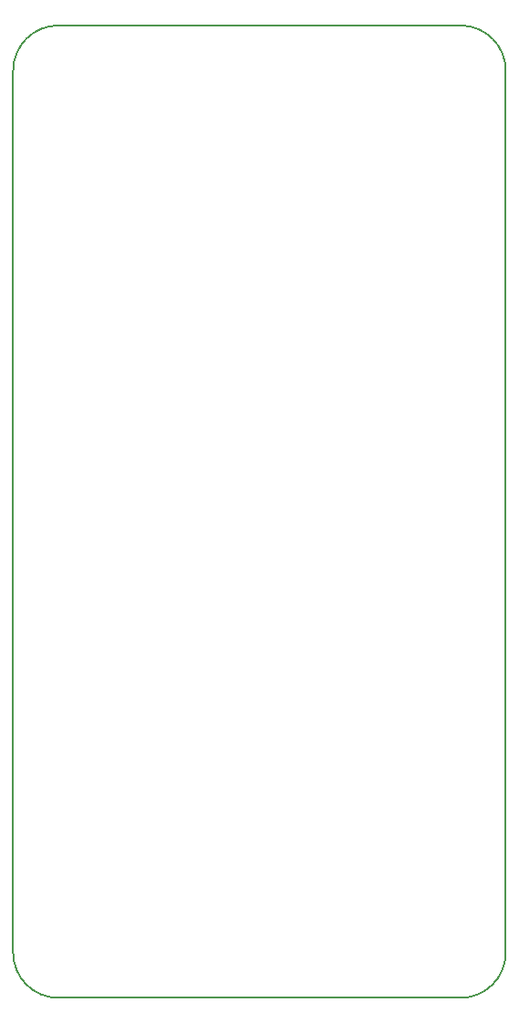
<source format=gbr>
%TF.GenerationSoftware,KiCad,Pcbnew,7.0.1*%
%TF.CreationDate,2024-01-06T20:51:44-05:00*%
%TF.ProjectId,Io-v2-Board,496f2d76-322d-4426-9f61-72642e6b6963,rev?*%
%TF.SameCoordinates,Original*%
%TF.FileFunction,Profile,NP*%
%FSLAX46Y46*%
G04 Gerber Fmt 4.6, Leading zero omitted, Abs format (unit mm)*
G04 Created by KiCad (PCBNEW 7.0.1) date 2024-01-06 20:51:44*
%MOMM*%
%LPD*%
G01*
G04 APERTURE LIST*
%TA.AperFunction,Profile*%
%ADD10C,0.150000*%
%TD*%
G04 APERTURE END LIST*
D10*
X135636000Y-35560000D02*
X98298000Y-35560000D01*
X94107000Y-121666000D02*
X94107000Y-39751000D01*
X94107000Y-121666000D02*
G75*
G03*
X98298000Y-125857000I4191000J0D01*
G01*
X98298000Y-125857000D02*
X135509000Y-125857000D01*
X98298000Y-35560000D02*
G75*
G03*
X94107000Y-39751000I0J-4191000D01*
G01*
X135509000Y-125856999D02*
G75*
G03*
X139828923Y-121666000I127000J4190999D01*
G01*
X139827000Y-39751000D02*
G75*
G03*
X135636000Y-35560000I-4191000J0D01*
G01*
X139828923Y-121666000D02*
X139827000Y-39751000D01*
M02*

</source>
